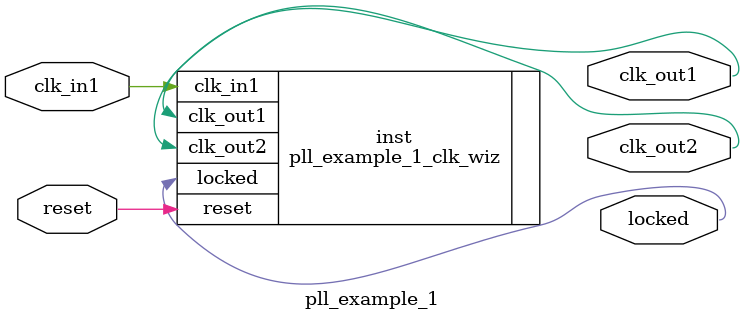
<source format=v>


`timescale 1ps/1ps

(* CORE_GENERATION_INFO = "pll_example_1,clk_wiz_v6_0_4_0_0,{component_name=pll_example_1,use_phase_alignment=true,use_min_o_jitter=false,use_max_i_jitter=false,use_dyn_phase_shift=false,use_inclk_switchover=false,use_dyn_reconfig=false,enable_axi=0,feedback_source=FDBK_AUTO,PRIMITIVE=MMCM,num_out_clk=2,clkin1_period=20.000,clkin2_period=10.0,use_power_down=false,use_reset=true,use_locked=true,use_inclk_stopped=false,feedback_type=SINGLE,CLOCK_MGR_TYPE=NA,manual_override=false}" *)

module pll_example_1 
 (
  // Clock out ports
  output        clk_out1,
  output        clk_out2,
  // Status and control signals
  input         reset,
  output        locked,
 // Clock in ports
  input         clk_in1
 );

  pll_example_1_clk_wiz inst
  (
  // Clock out ports  
  .clk_out1(clk_out1),
  .clk_out2(clk_out2),
  // Status and control signals               
  .reset(reset), 
  .locked(locked),
 // Clock in ports
  .clk_in1(clk_in1)
  );

endmodule

</source>
